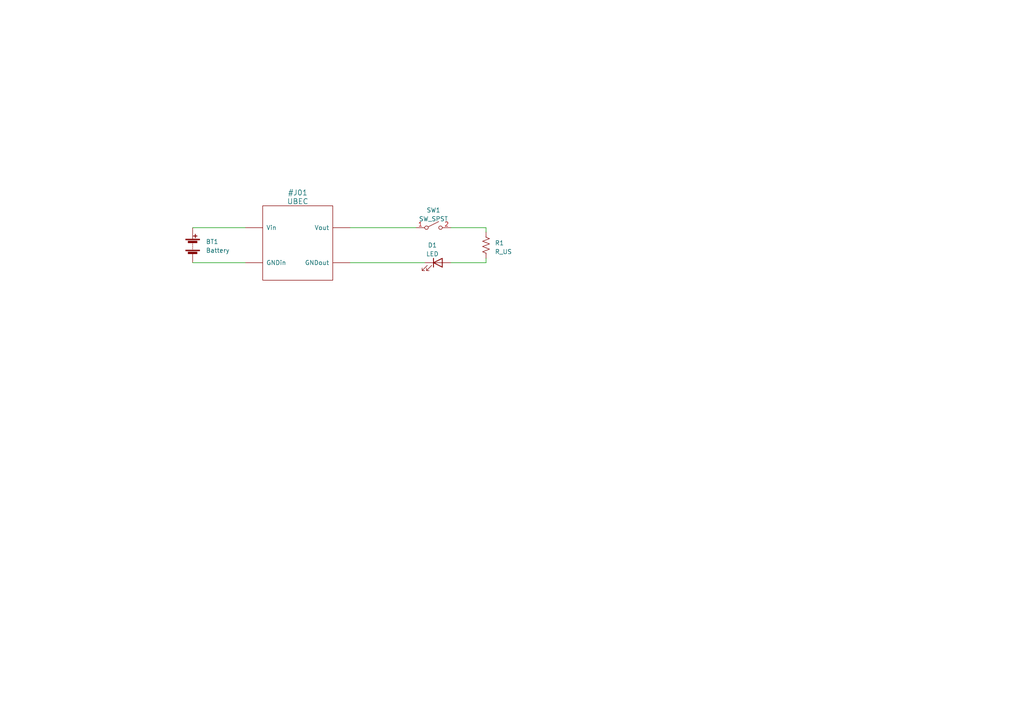
<source format=kicad_sch>
(kicad_sch (version 20230121) (generator eeschema)
  (paper "A4")
  (title_block (title "01_SimpleCircuit") (date "2024-05-01"))
  (lib_symbols
    (symbol "Device:Battery" (pin_numbers hide) (pin_names (offset 0) hide)
      (property "Reference" "BT" (at 2.54 2.54 0))
      (property "Value" "Battery" (at 2.54 0 0))
      (symbol "Battery_0_1"
        (rectangle (start -2.032 -1.397) (end 2.032 -1.651) (fill (type outline)))
        (rectangle (start -2.032 1.778) (end 2.032 1.524) (fill (type outline)))
        (rectangle (start -1.3208 -1.9812) (end 1.27 -2.4892) (fill (type outline)))
        (rectangle (start -1.3208 1.1938) (end 1.27 0.6858) (fill (type outline)))
        (polyline (pts (xy 0 -1.524) (xy 0 -1.27)))
        (polyline (pts (xy 0 -1.016) (xy 0 -0.762)))
        (polyline (pts (xy 0 -0.508) (xy 0 -0.254)))
        (polyline (pts (xy 0 0) (xy 0 0.254)))
        (polyline (pts (xy 0 0.508) (xy 0 0.762)))
        (polyline (pts (xy 0 1.778) (xy 0 2.54)))
        (polyline (pts (xy 0.254 2.667) (xy 1.27 2.667)) (stroke (width 0.254)))
        (polyline (pts (xy 0.762 3.175) (xy 0.762 2.159)) (stroke (width 0.254)))
      )
      (symbol "Battery_1_1"
        (pin passive line (at 0 5.08 270) (length 2.54) (name "+") (number "1"))
        (pin passive line (at 0 -5.08 90) (length 2.54) (name "-") (number "2"))
      )
    )
    (symbol "Device:LED" (pin_numbers hide) (pin_names (offset 1.016) hide)
      (property "Reference" "D" (at 0 2.54 0))
      (property "Value" "LED" (at 0 -2.54 0))
      (symbol "LED_0_1"
        (polyline (pts (xy -1.27 -1.27) (xy -1.27 1.27)) (stroke (width 0.254)))
        (polyline (pts (xy -1.27 0) (xy 1.27 0)))
        (polyline (pts (xy 1.27 -1.27) (xy 1.27 1.27) (xy -1.27 0) (xy 1.27 -1.27)) (stroke (width 0.254)))
        (polyline (pts (xy -3.048 -0.762) (xy -4.572 -2.286) (xy -3.81 -2.286) (xy -4.572 -2.286) (xy -4.572 -1.524)))
        (polyline (pts (xy -1.778 -0.762) (xy -3.302 -2.286) (xy -2.54 -2.286) (xy -3.302 -2.286) (xy -3.302 -1.524)))
      )
      (symbol "LED_1_1"
        (pin passive line (at -3.81 0 0) (length 2.54) (name "K") (number "1"))
        (pin passive line (at 3.81 0 180) (length 2.54) (name "A") (number "2"))
      )
    )
    (symbol "Device:R_US" (pin_numbers hide) (pin_names (offset 0))
      (property "Reference" "R" (at 2.54 0 90))
      (property "Value" "R_US" (at -2.54 0 90))
      (symbol "R_US_0_1"
        (polyline (pts (xy 0 -2.286) (xy 0 -2.54)))
        (polyline (pts (xy 0 2.286) (xy 0 2.54)))
        (polyline (pts (xy 0 -0.762) (xy 1.016 -1.143) (xy 0 -1.524) (xy -1.016 -1.905) (xy 0 -2.286)))
        (polyline (pts (xy 0 0.762) (xy 1.016 0.381) (xy 0 0) (xy -1.016 -0.381) (xy 0 -0.762)))
        (polyline (pts (xy 0 2.286) (xy 1.016 1.905) (xy 0 1.524) (xy -1.016 1.143) (xy 0 0.762)))
      )
      (symbol "R_US_1_1"
        (pin passive line (at 0 3.81 270) (length 1.27) (name "~") (number "1"))
        (pin passive line (at 0 -3.81 90) (length 1.27) (name "~") (number "2"))
      )
    )
    (symbol "MDO:UBEC" (power) (pin_names (offset 1.016))
      (property "Reference" "J" (at 0 0 0))
      (property "Value" "UBEC" (at 0 2.54 0))
      (symbol "UBEC_0_1"
        (rectangle (start -7.62 12.7) (end 12.7 -8.89))
      )
      (symbol "UBEC_1_0"
        (pin input line (at -12.7 -3.81 0) (length 5.08) (name "GNDin") (number "~"))
        (pin input line (at 17.78 -3.81 180) (length 5.08) (name "GNDout") (number "~"))
        (pin input line (at -12.7 6.35 0) (length 5.08) (name "Vin") (number "~"))
        (pin input line (at 17.78 6.35 180) (length 5.08) (name "Vout") (number "~"))
      )
    )
    (symbol "Switch:SW_SPST" (pin_names (offset 0) hide)
      (property "Reference" "SW" (at 0 3.175 0))
      (property "Value" "SW_SPST" (at 0 -2.54 0))
      (symbol "SW_SPST_0_0"
        (circle (center -2.032 0) (radius 0.508))
        (polyline (pts (xy -1.524 0.254) (xy 1.524 1.778)))
        (circle (center 2.032 0) (radius 0.508))
      )
      (symbol "SW_SPST_1_1"
        (pin passive line (at -5.08 0 0) (length 2.54) (name "A") (number "1"))
        (pin passive line (at 5.08 0 180) (length 2.54) (name "B") (number "2"))
      )
    )
  )
  (wire (pts (xy 140.97 76.2) (xy 140.97 74.93)))
  (wire (pts (xy 101.6 76.2) (xy 123.19 76.2)))
  (wire (pts (xy 130.81 76.2) (xy 140.97 76.2)))
  (wire (pts (xy 101.6 66.04) (xy 120.65 66.04)))
  (wire (pts (xy 55.88 76.2) (xy 71.12 76.2)))
  (wire (pts (xy 140.97 66.04) (xy 140.97 67.31)))
  (wire (pts (xy 130.81 66.04) (xy 140.97 66.04)))
  (wire (pts (xy 55.88 66.04) (xy 71.12 66.04)))
  (symbol (lib_id "Device:R_US") (at 140.97 71.12 0) (unit 1)
    (property "Reference" "R1" (at 143.51 70.485 0) (effects (justify left)))
    (property "Value" "R_US" (at 143.51 73.025 0) (effects (justify left)))
  )
  (symbol (lib_id "Device:LED") (at 127 76.2 0) (unit 1)
    (property "Reference" "D1" (at 125.4125 71.12 0))
    (property "Value" "LED" (at 125.4125 73.66 0))
  )
  (symbol (lib_id "Device:Battery") (at 55.88 71.12 0) (unit 1)
    (property "Reference" "BT1" (at 59.69 70.104 0) (effects (justify left)))
    (property "Value" "Battery" (at 59.69 72.644 0) (effects (justify left)))
  )
  (symbol (lib_id "MDO:UBEC") (at 83.82 72.39 0) (unit 1)
    (property "Reference" "J01" (at 86.36 55.88 0) (effects (font (size 1.524 1.524))))
    (property "Value" "UBEC" (at 86.36 58.42 0) (effects (font (size 1.524 1.524))))
  )
  (symbol (lib_id "Switch:SW_SPST") (at 125.73 66.04 0) (unit 1)
    (property "Reference" "SW1" (at 125.73 60.96 0))
    (property "Value" "SW_SPST" (at 125.73 63.5 0))
  )
)
</source>
